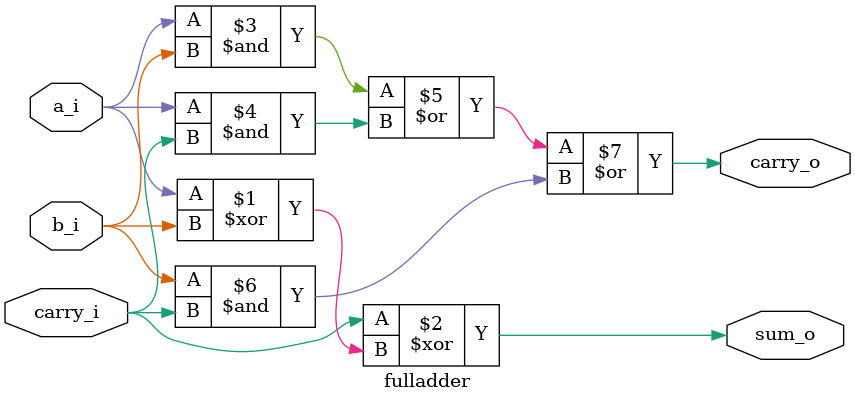
<source format=sv>
module fulladder(
    input logic a_i,
    input logic b_i,
    input logic carry_i,
    output logic sum_o,
    output logic carry_o
);

    assign sum_o = carry_i ^ (a_i ^ b_i);
    assign carry_o = ((a_i & b_i)|(a_i & carry_i))|(b_i & carry_i);

endmodule
</source>
